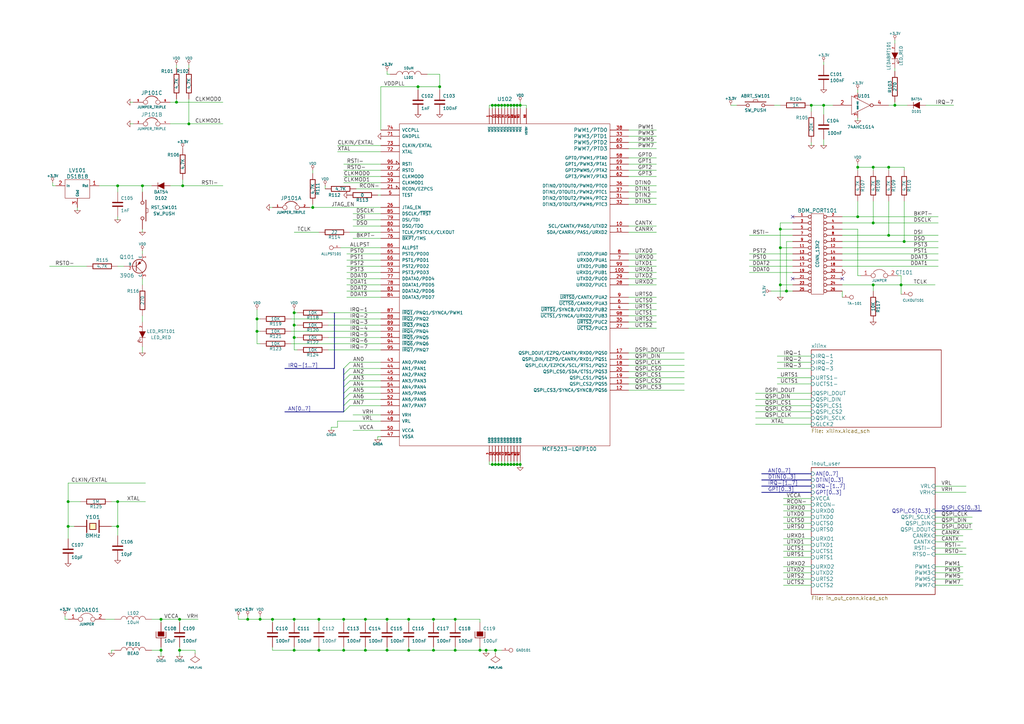
<source format=kicad_sch>
(kicad_sch (version 20231120) (generator "eeschema") (generator_version "8.0")
  (paper "A3")
  (title_block (title "Dev kit coldfire 5213") (date "Sun 22 Mar 2015") (rev "0"))
  (junction (at 207.01 190.5) (diameter 1.016))
  (junction (at 205.74 190.5) (diameter 1.016))
  (junction (at 177.8 254) (diameter 1.016))
  (junction (at 167.64 266.7) (diameter 1.016))
  (junction (at 48.26 205.74) (diameter 1.016))
  (junction (at 77.47 50.8) (diameter 1.016))
  (junction (at 204.47 43.18) (diameter 1.016))
  (junction (at 120.65 254) (diameter 1.016))
  (junction (at 364.49 68.58) (diameter 1.016))
  (junction (at 320.04 101.6) (diameter 1.016))
  (junction (at 351.79 88.9) (diameter 1.016))
  (junction (at 210.82 43.18) (diameter 1.016))
  (junction (at 130.81 266.7) (diameter 1.016))
  (junction (at 177.8 266.7) (diameter 1.016))
  (junction (at 149.86 266.7) (diameter 1.016))
  (junction (at 351.79 68.58) (diameter 1.016))
  (junction (at 203.2 266.7) (diameter 1.016))
  (junction (at 203.2 43.18) (diameter 1.016))
  (junction (at 72.39 41.91) (diameter 1.016))
  (junction (at 167.64 254) (diameter 1.016))
  (junction (at 149.86 254) (diameter 1.016))
  (junction (at 332.74 43.18) (diameter 1.016))
  (junction (at 204.47 190.5) (diameter 1.016))
  (junction (at 358.14 68.58) (diameter 1.016))
  (junction (at 364.49 96.52) (diameter 1.016))
  (junction (at 208.28 190.5) (diameter 1.016))
  (junction (at 358.14 91.44) (diameter 1.016))
  (junction (at 370.84 99.06) (diameter 1.016))
  (junction (at 66.04 266.7) (diameter 1.016))
  (junction (at 158.75 254) (diameter 1.016))
  (junction (at 212.09 190.5) (diameter 1.016))
  (junction (at 322.58 119.38) (diameter 1.016))
  (junction (at 58.42 76.2) (diameter 1.016))
  (junction (at 320.04 116.84) (diameter 1.016))
  (junction (at 140.97 266.7) (diameter 1.016))
  (junction (at 212.09 43.18) (diameter 1.016))
  (junction (at 120.65 138.43) (diameter 1.016))
  (junction (at 208.28 43.18) (diameter 1.016))
  (junction (at 120.65 266.7) (diameter 1.016))
  (junction (at 27.94 205.74) (diameter 1.016))
  (junction (at 48.26 76.2) (diameter 1.016))
  (junction (at 101.6 254) (diameter 1.016))
  (junction (at 213.36 190.5) (diameter 1.016))
  (junction (at 105.41 135.89) (diameter 1.016))
  (junction (at 209.55 43.18) (diameter 1.016))
  (junction (at 203.2 190.5) (diameter 1.016))
  (junction (at 140.97 254) (diameter 1.016))
  (junction (at 130.81 254) (diameter 1.016))
  (junction (at 207.01 43.18) (diameter 1.016))
  (junction (at 73.66 266.7) (diameter 1.016))
  (junction (at 367.03 43.18) (diameter 1.016))
  (junction (at 320.04 93.98) (diameter 1.016))
  (junction (at 209.55 190.5) (diameter 1.016))
  (junction (at 120.65 128.27) (diameter 1.016))
  (junction (at 27.94 215.9) (diameter 1.016))
  (junction (at 120.65 133.35) (diameter 1.016))
  (junction (at 171.45 35.56) (diameter 1.016))
  (junction (at 201.93 190.5) (diameter 1.016))
  (junction (at 201.93 43.18) (diameter 1.016))
  (junction (at 73.66 254) (diameter 1.016))
  (junction (at 337.82 43.18) (diameter 1.016))
  (junction (at 210.82 190.5) (diameter 1.016))
  (junction (at 66.04 254) (diameter 1.016))
  (junction (at 48.26 215.9) (diameter 1.016))
  (junction (at 196.85 266.7) (diameter 1.016))
  (junction (at 205.74 43.18) (diameter 1.016))
  (junction (at 358.14 116.84) (diameter 1.016))
  (junction (at 186.69 254) (diameter 1.016))
  (junction (at 180.34 35.56) (diameter 1.016))
  (junction (at 186.69 266.7) (diameter 1.016))
  (junction (at 128.27 85.09) (diameter 1.016))
  (junction (at 111.76 254) (diameter 1.016))
  (junction (at 106.68 254) (diameter 1.016))
  (junction (at 369.57 116.84) (diameter 1.016))
  (junction (at 74.93 76.2) (diameter 1.016))
  (junction (at 105.41 130.81) (diameter 1.016))
  (junction (at 199.39 266.7) (diameter 1.016))
  (junction (at 213.36 43.18) (diameter 1.016))
  (junction (at 158.75 266.7) (diameter 1.016))
  (no_connect (at 325.12 114.3))
  (no_connect (at 345.44 114.3))
  (no_connect (at 325.12 88.9))
  (bus_entry (at 140.97 156.21) (size 2.54 -2.54) (stroke (width 0.1524)))
  (bus_entry (at 140.97 158.75) (size 2.54 -2.54) (stroke (width 0.1524)))
  (bus_entry (at 140.97 168.91) (size 2.54 -2.54) (stroke (width 0.1524)))
  (bus_entry (at 140.97 153.67) (size 2.54 -2.54) (stroke (width 0.1524)))
  (bus_entry (at 140.97 151.13) (size 2.54 -2.54) (stroke (width 0.1524)))
  (bus_entry (at 140.97 166.37) (size 2.54 -2.54) (stroke (width 0.1524)))
  (bus_entry (at 140.97 163.83) (size 2.54 -2.54) (stroke (width 0.1524)))
  (bus_entry (at 140.97 161.29) (size 2.54 -2.54) (stroke (width 0.1524)))
  (wire (pts (xy 177.8 266.7) (xy 186.69 266.7)))
  (wire (pts (xy 196.85 266.7) (xy 196.85 265.43)))
  (wire (pts (xy 158.75 254) (xy 158.75 255.27)))
  (wire (pts (xy 40.64 76.2) (xy 48.26 76.2)))
  (wire (pts (xy 269.24 76.2) (xy 257.81 76.2)))
  (wire (pts (xy 72.39 40.64) (xy 72.39 41.91)))
  (bus (pts (xy 137.16 151.13) (xy 116.84 151.13)))
  (wire (pts (xy 203.2 43.18) (xy 203.2 44.45)))
  (wire (pts (xy 384.81 109.22) (xy 345.44 109.22)))
  (bus (pts (xy 137.16 128.27) (xy 137.16 151.13)))
  (wire (pts (xy 318.77 154.94) (xy 332.74 154.94)))
  (wire (pts (xy 364.49 82.55) (xy 364.49 96.52)))
  (wire (pts (xy 370.84 82.55) (xy 370.84 99.06)))
  (wire (pts (xy 332.74 161.29) (xy 309.88 161.29)))
  (wire (pts (xy 186.69 254) (xy 196.85 254)))
  (wire (pts (xy 27.94 205.74) (xy 33.02 205.74)))
  (wire (pts (xy 77.47 40.64) (xy 77.47 50.8)))
  (wire (pts (xy 105.41 130.81) (xy 105.41 135.89)))
  (wire (pts (xy 200.66 43.18) (xy 201.93 43.18)))
  (wire (pts (xy 186.69 266.7) (xy 186.69 265.43)))
  (wire (pts (xy 269.24 83.82) (xy 257.81 83.82)))
  (wire (pts (xy 269.24 69.85) (xy 257.81 69.85)))
  (wire (pts (xy 101.6 252.73) (xy 101.6 254)))
  (wire (pts (xy 332.74 228.6) (xy 321.31 228.6)))
  (wire (pts (xy 203.2 43.18) (xy 204.47 43.18)))
  (wire (pts (xy 74.93 73.66) (xy 74.93 76.2)))
  (wire (pts (xy 269.24 78.74) (xy 257.81 78.74)))
  (wire (pts (xy 167.64 266.7) (xy 167.64 265.43)))
  (wire (pts (xy 210.82 43.18) (xy 210.82 44.45)))
  (wire (pts (xy 149.86 254) (xy 158.75 254)))
  (wire (pts (xy 149.86 266.7) (xy 149.86 265.43)))
  (wire (pts (xy 394.97 237.49) (xy 383.54 237.49)))
  (wire (pts (xy 210.82 190.5) (xy 210.82 189.23)))
  (wire (pts (xy 209.55 190.5) (xy 209.55 189.23)))
  (wire (pts (xy 210.82 190.5) (xy 212.09 190.5)))
  (wire (pts (xy 201.93 44.45) (xy 201.93 43.18)))
  (wire (pts (xy 269.24 55.88) (xy 257.81 55.88)))
  (wire (pts (xy 58.42 114.3) (xy 58.42 116.84)))
  (wire (pts (xy 345.44 91.44) (xy 358.14 91.44)))
  (wire (pts (xy 364.49 68.58) (xy 364.49 69.85)))
  (wire (pts (xy 149.86 266.7) (xy 158.75 266.7)))
  (wire (pts (xy 135.89 176.53) (xy 135.89 175.26)))
  (wire (pts (xy 144.78 92.71) (xy 156.21 92.71)))
  (wire (pts (xy 307.34 96.52) (xy 325.12 96.52)))
  (wire (pts (xy 171.45 36.83) (xy 171.45 35.56)))
  (wire (pts (xy 167.64 254) (xy 177.8 254)))
  (wire (pts (xy 77.47 27.94) (xy 77.47 26.67)))
  (wire (pts (xy 120.65 138.43) (xy 121.92 138.43)))
  (wire (pts (xy 212.09 190.5) (xy 212.09 189.23)))
  (wire (pts (xy 213.36 190.5) (xy 213.36 191.77)))
  (wire (pts (xy 345.44 93.98) (xy 351.79 93.98)))
  (wire (pts (xy 370.84 68.58) (xy 370.84 69.85)))
  (wire (pts (xy 213.36 41.91) (xy 213.36 43.18)))
  (wire (pts (xy 80.01 266.7) (xy 73.66 266.7)))
  (bus (pts (xy 140.97 163.83) (xy 140.97 166.37)))
  (wire (pts (xy 200.66 190.5) (xy 201.93 190.5)))
  (wire (pts (xy 320.04 116.84) (xy 325.12 116.84)))
  (wire (pts (xy 130.81 95.25) (xy 120.65 95.25)))
  (wire (pts (xy 208.28 43.18) (xy 208.28 44.45)))
  (wire (pts (xy 203.2 190.5) (xy 203.2 189.23)))
  (wire (pts (xy 269.24 121.92) (xy 257.81 121.92)))
  (wire (pts (xy 120.65 127) (xy 120.65 128.27)))
  (wire (pts (xy 27.94 198.12) (xy 27.94 205.74)))
  (wire (pts (xy 48.26 76.2) (xy 48.26 78.74)))
  (wire (pts (xy 62.23 254) (xy 66.04 254)))
  (wire (pts (xy 367.03 43.18) (xy 372.11 43.18)))
  (wire (pts (xy 396.24 199.39) (xy 383.54 199.39)))
  (wire (pts (xy 332.74 212.09) (xy 321.31 212.09)))
  (wire (pts (xy 257.81 149.86) (xy 280.67 149.86)))
  (wire (pts (xy 370.84 99.06) (xy 384.81 99.06)))
  (wire (pts (xy 345.44 96.52) (xy 364.49 96.52)))
  (wire (pts (xy 269.24 134.62) (xy 257.81 134.62)))
  (wire (pts (xy 156.21 166.37) (xy 143.51 166.37)))
  (wire (pts (xy 320.04 91.44) (xy 320.04 93.98)))
  (wire (pts (xy 337.82 25.4) (xy 337.82 26.67)))
  (wire (pts (xy 128.27 83.82) (xy 128.27 85.09)))
  (wire (pts (xy 156.21 151.13) (xy 143.51 151.13)))
  (wire (pts (xy 73.66 265.43) (xy 73.66 266.7)))
  (wire (pts (xy 156.21 111.76) (xy 142.24 111.76)))
  (wire (pts (xy 332.74 171.45) (xy 309.88 171.45)))
  (wire (pts (xy 351.79 68.58) (xy 351.79 69.85)))
  (wire (pts (xy 203.2 267.97) (xy 203.2 266.7)))
  (wire (pts (xy 351.79 88.9) (xy 384.81 88.9)))
  (wire (pts (xy 383.54 212.09) (xy 398.78 212.09)))
  (wire (pts (xy 156.21 176.53) (xy 144.78 176.53)))
  (wire (pts (xy 269.24 95.25) (xy 257.81 95.25)))
  (wire (pts (xy 105.41 135.89) (xy 105.41 140.97)))
  (wire (pts (xy 269.24 64.77) (xy 257.81 64.77)))
  (wire (pts (xy 156.21 95.25) (xy 143.51 95.25)))
  (wire (pts (xy 58.42 142.24) (xy 58.42 144.78)))
  (wire (pts (xy 130.81 266.7) (xy 130.81 265.43)))
  (wire (pts (xy 351.79 49.53) (xy 351.79 48.26)))
  (wire (pts (xy 204.47 190.5) (xy 205.74 190.5)))
  (wire (pts (xy 209.55 43.18) (xy 210.82 43.18)))
  (wire (pts (xy 353.06 113.03) (xy 351.79 113.03)))
  (wire (pts (xy 120.65 265.43) (xy 120.65 266.7)))
  (wire (pts (xy 180.34 30.48) (xy 180.34 35.56)))
  (wire (pts (xy 200.66 44.45) (xy 200.66 43.18)))
  (wire (pts (xy 325.12 99.06) (xy 322.58 99.06)))
  (wire (pts (xy 120.65 138.43) (xy 120.65 143.51)))
  (wire (pts (xy 320.04 101.6) (xy 325.12 101.6)))
  (wire (pts (xy 269.24 114.3) (xy 257.81 114.3)))
  (wire (pts (xy 257.81 157.48) (xy 280.67 157.48)))
  (wire (pts (xy 257.81 160.02) (xy 280.67 160.02)))
  (wire (pts (xy 318.77 148.59) (xy 332.74 148.59)))
  (wire (pts (xy 48.26 205.74) (xy 59.69 205.74)))
  (wire (pts (xy 207.01 43.18) (xy 208.28 43.18)))
  (wire (pts (xy 73.66 254) (xy 81.28 254)))
  (wire (pts (xy 345.44 119.38) (xy 345.44 121.92)))
  (wire (pts (xy 119.38 140.97) (xy 156.21 140.97)))
  (wire (pts (xy 332.74 163.83) (xy 309.88 163.83)))
  (wire (pts (xy 369.57 113.03) (xy 368.3 113.03)))
  (wire (pts (xy 140.97 72.39) (xy 156.21 72.39)))
  (wire (pts (xy 394.97 222.25) (xy 383.54 222.25)))
  (wire (pts (xy 205.74 43.18) (xy 207.01 43.18)))
  (wire (pts (xy 384.81 101.6) (xy 345.44 101.6)))
  (wire (pts (xy 156.21 161.29) (xy 143.51 161.29)))
  (wire (pts (xy 106.68 252.73) (xy 106.68 254)))
  (wire (pts (xy 58.42 129.54) (xy 58.42 132.08)))
  (wire (pts (xy 134.62 138.43) (xy 156.21 138.43)))
  (wire (pts (xy 358.14 82.55) (xy 358.14 91.44)))
  (wire (pts (xy 332.74 234.95) (xy 321.31 234.95)))
  (wire (pts (xy 257.81 152.4) (xy 280.67 152.4)))
  (wire (pts (xy 120.65 266.7) (xy 130.81 266.7)))
  (wire (pts (xy 322.58 119.38) (xy 325.12 119.38)))
  (wire (pts (xy 105.41 140.97) (xy 106.68 140.97)))
  (wire (pts (xy 212.09 43.18) (xy 212.09 44.45)))
  (wire (pts (xy 158.75 30.48) (xy 158.75 29.21)))
  (wire (pts (xy 111.76 254) (xy 111.76 255.27)))
  (wire (pts (xy 367.03 41.91) (xy 367.03 43.18)))
  (wire (pts (xy 156.21 121.92) (xy 142.24 121.92)))
  (wire (pts (xy 269.24 60.96) (xy 257.81 60.96)))
  (wire (pts (xy 128.27 69.85) (xy 128.27 71.12)))
  (wire (pts (xy 337.82 43.18) (xy 341.63 43.18)))
  (wire (pts (xy 144.78 87.63) (xy 156.21 87.63)))
  (wire (pts (xy 215.9 43.18) (xy 215.9 44.45)))
  (wire (pts (xy 199.39 266.7) (xy 203.2 266.7)))
  (wire (pts (xy 110.49 85.09) (xy 111.76 85.09)))
  (wire (pts (xy 156.21 80.01) (xy 154.94 80.01)))
  (wire (pts (xy 144.78 170.18) (xy 156.21 170.18)))
  (wire (pts (xy 105.41 127) (xy 105.41 130.81)))
  (wire (pts (xy 213.36 43.18) (xy 213.36 44.45)))
  (wire (pts (xy 158.75 266.7) (xy 167.64 266.7)))
  (wire (pts (xy 186.69 266.7) (xy 196.85 266.7)))
  (wire (pts (xy 332.74 59.69) (xy 332.74 58.42)))
  (wire (pts (xy 394.97 240.03) (xy 383.54 240.03)))
  (wire (pts (xy 394.97 219.71) (xy 383.54 219.71)))
  (wire (pts (xy 140.97 67.31) (xy 156.21 67.31)))
  (wire (pts (xy 48.26 205.74) (xy 48.26 215.9)))
  (wire (pts (xy 54.61 50.8) (xy 53.34 50.8)))
  (wire (pts (xy 317.5 43.18) (xy 320.04 43.18)))
  (wire (pts (xy 120.65 254) (xy 130.81 254)))
  (wire (pts (xy 27.94 215.9) (xy 30.48 215.9)))
  (wire (pts (xy 321.31 204.47) (xy 332.74 204.47)))
  (wire (pts (xy 212.09 190.5) (xy 213.36 190.5)))
  (wire (pts (xy 204.47 190.5) (xy 204.47 189.23)))
  (wire (pts (xy 43.18 254) (xy 46.99 254)))
  (wire (pts (xy 177.8 266.7) (xy 177.8 265.43)))
  (wire (pts (xy 154.94 179.07) (xy 154.94 180.34)))
  (wire (pts (xy 54.61 41.91) (xy 53.34 41.91)))
  (wire (pts (xy 119.38 130.81) (xy 156.21 130.81)))
  (wire (pts (xy 130.81 254) (xy 130.81 255.27)))
  (wire (pts (xy 358.14 116.84) (xy 358.14 119.38)))
  (wire (pts (xy 209.55 190.5) (xy 210.82 190.5)))
  (wire (pts (xy 156.21 109.22) (xy 142.24 109.22)))
  (wire (pts (xy 269.24 104.14) (xy 257.81 104.14)))
  (wire (pts (xy 156.21 35.56) (xy 171.45 35.56)))
  (wire (pts (xy 367.03 16.51) (xy 367.03 17.78)))
  (wire (pts (xy 367.03 29.21) (xy 367.03 27.94)))
  (wire (pts (xy 69.85 50.8) (xy 77.47 50.8)))
  (wire (pts (xy 384.81 104.14) (xy 345.44 104.14)))
  (wire (pts (xy 134.62 143.51) (xy 156.21 143.51)))
  (wire (pts (xy 321.31 207.01) (xy 332.74 207.01)))
  (wire (pts (xy 58.42 95.25) (xy 58.42 93.98)))
  (wire (pts (xy 46.99 266.7) (xy 45.72 266.7)))
  (wire (pts (xy 269.24 58.42) (xy 257.81 58.42)))
  (wire (pts (xy 48.26 109.22) (xy 50.8 109.22)))
  (wire (pts (xy 127 85.09) (xy 128.27 85.09)))
  (wire (pts (xy 210.82 43.18) (xy 212.09 43.18)))
  (wire (pts (xy 156.21 148.59) (xy 143.51 148.59)))
  (wire (pts (xy 269.24 127) (xy 257.81 127)))
  (wire (pts (xy 364.49 43.18) (xy 367.03 43.18)))
  (wire (pts (xy 77.47 50.8) (xy 91.44 50.8)))
  (wire (pts (xy 351.79 67.31) (xy 351.79 68.58)))
  (wire (pts (xy 332.74 166.37) (xy 309.88 166.37)))
  (wire (pts (xy 48.26 215.9) (xy 48.26 219.71)))
  (wire (pts (xy 391.16 43.18) (xy 379.73 43.18)))
  (wire (pts (xy 269.24 111.76) (xy 257.81 111.76)))
  (wire (pts (xy 120.65 133.35) (xy 121.92 133.35)))
  (wire (pts (xy 80.01 267.97) (xy 80.01 266.7)))
  (wire (pts (xy 156.21 116.84) (xy 142.24 116.84)))
  (wire (pts (xy 383.54 227.33) (xy 396.24 227.33)))
  (wire (pts (xy 27.94 215.9) (xy 27.94 220.98)))
  (bus (pts (xy 140.97 161.29) (xy 140.97 163.83)))
  (wire (pts (xy 316.23 119.38) (xy 322.58 119.38)))
  (wire (pts (xy 337.82 46.99) (xy 337.82 43.18)))
  (wire (pts (xy 66.04 265.43) (xy 66.04 266.7)))
  (wire (pts (xy 320.04 116.84) (xy 320.04 121.92)))
  (wire (pts (xy 134.62 128.27) (xy 156.21 128.27)))
  (wire (pts (xy 156.21 114.3) (xy 142.24 114.3)))
  (wire (pts (xy 21.59 76.2) (xy 22.86 76.2)))
  (wire (pts (xy 299.72 43.18) (xy 302.26 43.18)))
  (wire (pts (xy 383.54 224.79) (xy 396.24 224.79)))
  (wire (pts (xy 72.39 26.67) (xy 72.39 27.94)))
  (wire (pts (xy 204.47 43.18) (xy 204.47 44.45)))
  (wire (pts (xy 332.74 43.18) (xy 337.82 43.18)))
  (wire (pts (xy 69.85 76.2) (xy 74.93 76.2)))
  (wire (pts (xy 45.72 205.74) (xy 48.26 205.74)))
  (wire (pts (xy 156.21 35.56) (xy 156.21 53.34)))
  (wire (pts (xy 73.66 254) (xy 73.66 255.27)))
  (wire (pts (xy 209.55 43.18) (xy 209.55 44.45)))
  (wire (pts (xy 156.21 101.6) (xy 139.7 101.6)))
  (wire (pts (xy 337.82 59.69) (xy 337.82 57.15)))
  (wire (pts (xy 149.86 254) (xy 149.86 255.27)))
  (wire (pts (xy 196.85 254) (xy 196.85 255.27)))
  (bus (pts (xy 312.42 196.85) (xy 332.74 196.85)))
  (wire (pts (xy 269.24 106.68) (xy 257.81 106.68)))
  (wire (pts (xy 383.54 217.17) (xy 398.78 217.17)))
  (wire (pts (xy 351.79 68.58) (xy 358.14 68.58)))
  (bus (pts (xy 140.97 158.75) (xy 140.97 161.29)))
  (wire (pts (xy 325.12 93.98) (xy 320.04 93.98)))
  (wire (pts (xy 269.24 129.54) (xy 257.81 129.54)))
  (wire (pts (xy 72.39 41.91) (xy 91.44 41.91)))
  (wire (pts (xy 111.76 266.7) (xy 120.65 266.7)))
  (wire (pts (xy 58.42 102.87) (xy 58.42 104.14)))
  (wire (pts (xy 58.42 76.2) (xy 62.23 76.2)))
  (wire (pts (xy 201.93 190.5) (xy 201.93 189.23)))
  (bus (pts (xy 312.42 201.93) (xy 332.74 201.93)))
  (wire (pts (xy 138.43 62.23) (xy 156.21 62.23)))
  (wire (pts (xy 204.47 43.18) (xy 205.74 43.18)))
  (wire (pts (xy 140.97 74.93) (xy 156.21 74.93)))
  (wire (pts (xy 97.79 254) (xy 101.6 254)))
  (wire (pts (xy 332.74 217.17) (xy 321.31 217.17)))
  (wire (pts (xy 74.93 76.2) (xy 91.44 76.2)))
  (wire (pts (xy 144.78 90.17) (xy 156.21 90.17)))
  (wire (pts (xy 175.26 30.48) (xy 180.34 30.48)))
  (wire (pts (xy 140.97 69.85) (xy 156.21 69.85)))
  (wire (pts (xy 156.21 156.21) (xy 143.51 156.21)))
  (wire (pts (xy 205.74 43.18) (xy 205.74 44.45)))
  (wire (pts (xy 325.12 104.14) (xy 307.34 104.14)))
  (wire (pts (xy 351.79 82.55) (xy 351.79 88.9)))
  (wire (pts (xy 345.44 88.9) (xy 351.79 88.9)))
  (wire (pts (xy 58.42 78.74) (xy 58.42 76.2)))
  (wire (pts (xy 351.79 93.98) (xy 351.79 113.03)))
  (wire (pts (xy 207.01 190.5) (xy 207.01 189.23)))
  (wire (pts (xy 364.49 96.52) (xy 384.81 96.52)))
  (wire (pts (xy 257.81 154.94) (xy 280.67 154.94)))
  (wire (pts (xy 351.79 36.83) (xy 351.79 38.1)))
  (bus (pts (xy 140.97 153.67) (xy 140.97 156.21)))
  (wire (pts (xy 358.14 68.58) (xy 358.14 69.85)))
  (bus (pts (xy 140.97 166.37) (xy 140.97 168.91)))
  (wire (pts (xy 369.57 116.84) (xy 369.57 120.65)))
  (wire (pts (xy 130.81 254) (xy 140.97 254)))
  (wire (pts (xy 269.24 116.84) (xy 257.81 116.84)))
  (wire (pts (xy 213.36 189.23) (xy 213.36 190.5)))
  (wire (pts (xy 320.04 91.44) (xy 325.12 91.44)))
  (wire (pts (xy 332.74 168.91) (xy 309.88 168.91)))
  (wire (pts (xy 196.85 266.7) (xy 199.39 266.7)))
  (wire (pts (xy 48.26 76.2) (xy 58.42 76.2)))
  (wire (pts (xy 66.04 255.27) (xy 66.04 254)))
  (wire (pts (xy 269.24 53.34) (xy 257.81 53.34)))
  (bus (pts (xy 140.97 151.13) (xy 140.97 153.67)))
  (wire (pts (xy 383.54 214.63) (xy 398.78 214.63)))
  (wire (pts (xy 318.77 151.13) (xy 332.74 151.13)))
  (wire (pts (xy 369.57 113.03) (xy 369.57 116.84)))
  (wire (pts (xy 45.72 215.9) (xy 48.26 215.9)))
  (wire (pts (xy 208.28 190.5) (xy 209.55 190.5)))
  (wire (pts (xy 59.69 198.12) (xy 27.94 198.12)))
  (wire (pts (xy 156.21 77.47) (xy 146.05 77.47)))
  (wire (pts (xy 269.24 67.31) (xy 257.81 67.31)))
  (wire (pts (xy 138.43 175.26) (xy 138.43 172.72)))
  (wire (pts (xy 332.74 240.03) (xy 321.31 240.03)))
  (wire (pts (xy 345.44 99.06) (xy 370.84 99.06)))
  (wire (pts (xy 156.21 179.07) (xy 154.94 179.07)))
  (wire (pts (xy 120.65 254) (xy 120.65 255.27)))
  (wire (pts (xy 332.74 226.06) (xy 321.31 226.06)))
  (wire (pts (xy 134.62 133.35) (xy 156.21 133.35)))
  (wire (pts (xy 332.74 43.18) (xy 332.74 45.72)))
  (wire (pts (xy 62.23 266.7) (xy 66.04 266.7)))
  (wire (pts (xy 140.97 266.7) (xy 140.97 265.43)))
  (bus (pts (xy 140.97 168.91) (xy 116.84 168.91)))
  (wire (pts (xy 320.04 101.6) (xy 320.04 116.84)))
  (wire (pts (xy 200.66 190.5) (xy 200.66 189.23)))
  (wire (pts (xy 97.79 254) (xy 97.79 252.73)))
  (wire (pts (xy 318.77 157.48) (xy 332.74 157.48)))
  (wire (pts (xy 269.24 81.28) (xy 257.81 81.28)))
  (wire (pts (xy 140.97 266.7) (xy 149.86 266.7)))
  (wire (pts (xy 120.65 133.35) (xy 120.65 138.43)))
  (wire (pts (xy 177.8 254) (xy 177.8 255.27)))
  (wire (pts (xy 167.64 254) (xy 167.64 255.27)))
  (wire (pts (xy 325.12 109.22) (xy 307.34 109.22)))
  (wire (pts (xy 205.74 190.5) (xy 205.74 189.23)))
  (wire (pts (xy 31.75 85.09) (xy 31.75 86.36)))
  (wire (pts (xy 203.2 266.7) (xy 205.74 266.7)))
  (wire (pts (xy 119.38 135.89) (xy 156.21 135.89)))
  (bus (pts (xy 402.59 209.55) (xy 383.54 209.55)))
  (wire (pts (xy 120.65 128.27) (xy 121.92 128.27)))
  (wire (pts (xy 160.02 30.48) (xy 158.75 30.48)))
  (wire (pts (xy 207.01 43.18) (xy 207.01 44.45)))
  (wire (pts (xy 396.24 201.93) (xy 383.54 201.93)))
  (wire (pts (xy 156.21 153.67) (xy 143.51 153.67)))
  (wire (pts (xy 332.74 209.55) (xy 321.31 209.55)))
  (wire (pts (xy 205.74 190.5) (xy 207.01 190.5)))
  (wire (pts (xy 21.59 74.93) (xy 21.59 76.2)))
  (wire (pts (xy 158.75 254) (xy 167.64 254)))
  (wire (pts (xy 208.28 190.5) (xy 208.28 189.23)))
  (wire (pts (xy 105.41 130.81) (xy 106.68 130.81)))
  (wire (pts (xy 332.74 223.52) (xy 321.31 223.52)))
  (wire (pts (xy 133.35 77.47) (xy 133.35 76.2)))
  (wire (pts (xy 369.57 116.84) (xy 383.54 116.84)))
  (wire (pts (xy 322.58 99.06) (xy 322.58 119.38)))
  (wire (pts (xy 171.45 35.56) (xy 180.34 35.56)))
  (wire (pts (xy 48.26 90.17) (xy 48.26 88.9)))
  (wire (pts (xy 69.85 41.91) (xy 72.39 41.91)))
  (wire (pts (xy 257.81 147.32) (xy 280.67 147.32)))
  (wire (pts (xy 156.21 104.14) (xy 142.24 104.14)))
  (wire (pts (xy 120.65 128.27) (xy 120.65 133.35)))
  (wire (pts (xy 269.24 109.22) (xy 257.81 109.22)))
  (wire (pts (xy 208.28 43.18) (xy 209.55 43.18)))
  (wire (pts (xy 320.04 93.98) (xy 320.04 101.6)))
  (wire (pts (xy 101.6 254) (xy 106.68 254)))
  (wire (pts (xy 269.24 92.71) (xy 257.81 92.71)))
  (wire (pts (xy 120.65 143.51) (xy 121.92 143.51)))
  (wire (pts (xy 257.81 144.78) (xy 280.67 144.78)))
  (wire (pts (xy 140.97 254) (xy 149.86 254)))
  (wire (pts (xy 73.66 266.7) (xy 73.66 269.24)))
  (bus (pts (xy 140.97 156.21) (xy 140.97 158.75)))
  (wire (pts (xy 135.89 175.26) (xy 138.43 175.26)))
  (wire (pts (xy 35.56 109.22) (xy 20.32 109.22)))
  (wire (pts (xy 66.04 266.7) (xy 66.04 269.24)))
  (wire (pts (xy 309.88 173.99) (xy 332.74 173.99)))
  (wire (pts (xy 269.24 132.08) (xy 257.81 132.08)))
  (wire (pts (xy 358.14 116.84) (xy 369.57 116.84)))
  (wire (pts (xy 156.21 158.75) (xy 143.51 158.75)))
  (wire (pts (xy 128.27 85.09) (xy 156.21 85.09)))
  (wire (pts (xy 325.12 106.68) (xy 307.34 106.68)))
  (wire (pts (xy 144.78 97.79) (xy 156.21 97.79)))
  (wire (pts (xy 167.64 266.7) (xy 177.8 266.7)))
  (wire (pts (xy 384.81 106.68) (xy 345.44 106.68)))
  (wire (pts (xy 130.81 266.7) (xy 140.97 266.7)))
  (wire (pts (xy 177.8 254) (xy 186.69 254)))
  (wire (pts (xy 201.93 43.18) (xy 203.2 43.18)))
  (wire (pts (xy 269.24 72.39) (xy 257.81 72.39)))
  (wire (pts (xy 106.68 254) (xy 111.76 254)))
  (wire (pts (xy 111.76 265.43) (xy 111.76 266.7)))
  (wire (pts (xy 26.67 254) (xy 26.67 252.73)))
  (wire (pts (xy 158.75 266.7) (xy 158.75 265.43)))
  (wire (pts (xy 332.74 220.98) (xy 321.31 220.98)))
  (wire (pts (xy 111.76 254) (xy 120.65 254)))
  (wire (pts (xy 138.43 59.69) (xy 156.21 59.69)))
  (wire (pts (xy 364.49 68.58) (xy 370.84 68.58)))
  (wire (pts (xy 27.94 254) (xy 26.67 254)))
  (bus (pts (xy 312.42 199.39) (xy 332.74 199.39)))
  (bus (pts (xy 312.42 194.31) (xy 332.74 194.31)))
  (wire (pts (xy 325.12 111.76) (xy 307.34 111.76)))
  (wire (pts (xy 394.97 232.41) (xy 383.54 232.41)))
  (wire (pts (xy 138.43 172.72) (xy 156.21 172.72)))
  (wire (pts (xy 332.74 237.49) (xy 321.31 237.49)))
  (wire (pts (xy 180.34 35.56) (xy 180.34 36.83)))
  (wire (pts (xy 105.41 135.89) (xy 106.68 135.89)))
  (wire (pts (xy 27.94 205.74) (xy 27.94 215.9)))
  (wire (pts (xy 212.09 43.18) (xy 213.36 43.18)))
  (wire (pts (xy 394.97 234.95) (xy 383.54 234.95)))
  (wire (pts (xy 66.04 254) (xy 73.66 254)))
  (wire (pts (xy 269.24 124.46) (xy 257.81 124.46)))
  (wire (pts (xy 156.21 163.83) (xy 143.51 163.83)))
  (wire (pts (xy 199.39 266.7) (xy 199.39 267.97)))
  (wire (pts (xy 358.14 68.58) (xy 364.49 68.58)))
  (wire (pts (xy 156.21 119.38) (xy 142.24 119.38)))
  (wire (pts (xy 156.21 106.68) (xy 142.24 106.68)))
  (wire (pts (xy 45.72 266.7) (xy 45.72 267.97)))
  (wire (pts (xy 358.14 91.44) (xy 384.81 91.44)))
  (wire (pts (xy 213.36 43.18) (xy 215.9 43.18)))
  (wire (pts (xy 203.2 190.5) (xy 204.47 190.5)))
  (wire (pts (xy 332.74 232.41) (xy 321.31 232.41)))
  (wire (pts (xy 186.69 255.27) (xy 186.69 254)))
  (wire (pts (xy 207.01 190.5) (xy 208.28 190.5)))
  (wire (pts (xy 332.74 214.63) (xy 321.31 214.63)))
  (wire (pts (xy 140.97 254) (xy 140.97 255.27)))
  (wire (pts (xy 201.93 190.5) (xy 203.2 190.5)))
  (wire (pts (xy 318.77 146.05) (xy 332.74 146.05)))
  (wire (pts (xy 345.44 116.84) (xy 358.14 116.84)))
  (label "DSI" (at 374.65 96.52 0) (effects (font (size 1.524 1.524))))
  (label "JTAG_EN" (at 135.89 85.09 0) (effects (font (size 1.524 1.524))))
  (label "PWM3" (at 387.35 234.95 0) (effects (font (size 1.524 1.524))))
  (label "GPT[0..3]" (at 314.96 201.93 0) (effects (font (size 1.524 1.524))))
  (label "RCON-" (at 147.32 77.47 0) (effects (font (size 1.524 1.524))))
  (label "DDAT2" (at 308.61 109.22 0) (effects (font (size 1.524 1.524))))
  (label "PWM5" (at 261.62 58.42 0) (effects (font (size 1.524 1.524))))
  (label "QSPI_CLK" (at 386.08 212.09 0) (effects (font (size 1.524 1.524))))
  (label "UTXD0" (at 322.58 212.09 0) (effects (font (size 1.524 1.524))))
  (label "QSPI_DIN" (at 386.08 214.63 0) (effects (font (size 1.524 1.524))))
  (label "DTIN3" (at 260.35 83.82 0) (effects (font (size 1.524 1.524))))
  (label "PST2" (at 308.61 104.14 0) (effects (font (size 1.524 1.524))))
  (label "DSI" (at 146.05 90.17 0) (effects (font (size 1.524 1.524))))
  (label "DSPI_DOUT" (at 386.08 217.17 0) (effects (font (size 1.524 1.524))))
  (label "QSPI_CLK" (at 313.69 171.45 0) (effects (font (size 1.524 1.524))))
  (label "UTXD2" (at 322.58 234.95 0) (effects (font (size 1.524 1.524))))
  (label "QSPI_CS2" (at 260.35 157.48 0) (effects (font (size 1.524 1.524))))
  (label "IRQ-[1..7]" (at 314.96 199.39 0) (effects (font (size 1.524 1.524))))
  (label "GPT1" (at 261.62 67.31 0) (effects (font (size 1.524 1.524))))
  (label "AN[0..7]" (at 314.96 194.31 0) (effects (font (size 1.524 1.524))))
  (label "IRQ-2" (at 143.51 130.81 0) (effects (font (size 1.524 1.524))))
  (label "CANTX" (at 260.35 92.71 0) (effects (font (size 1.524 1.524))))
  (label "IRQ-7" (at 391.16 43.18 180) (effects (font (size 1.524 1.524))))
  (label "QSPI_CS[0..3]" (at 386.08 209.55 0) (effects (font (size 1.524 1.524))))
  (label "AN2" (at 144.78 153.67 0) (effects (font (size 1.524 1.524))))
  (label "GPT0" (at 261.62 64.77 0) (effects (font (size 1.524 1.524))))
  (label "CLKIN/EXTAL" (at 138.43 59.69 0) (effects (font (size 1.524 1.524))))
  (label "DTIN2" (at 260.35 81.28 0) (effects (font (size 1.524 1.524))))
  (label "DDAT3" (at 143.51 121.92 0) (effects (font (size 1.524 1.524))))
  (label "QSPI_CS1" (at 313.69 166.37 0) (effects (font (size 1.524 1.524))))
  (label "GPT2" (at 261.62 69.85 0) (effects (font (size 1.524 1.524))))
  (label "RSTI-" (at 387.35 224.79 0) (effects (font (size 1.524 1.524))))
  (label "UCTS2" (at 260.35 134.62 0) (effects (font (size 1.524 1.524))))
  (label "DTIN[0..3]" (at 314.96 196.85 0) (effects (font (size 1.524 1.524))))
  (label "UCTS1" (at 260.35 129.54 0) (effects (font (size 1.524 1.524))))
  (label "DDAT0" (at 143.51 114.3 0) (effects (font (size 1.524 1.524))))
  (label "IRQ-2" (at 321.31 148.59 0) (effects (font (size 1.524 1.524))))
  (label "VRL" (at 386.08 199.39 0) (effects (font (size 1.524 1.524))))
  (label "DSO" (at 146.05 92.71 0) (effects (font (size 1.524 1.524))))
  (label "IRQ-1" (at 321.31 146.05 0) (effects (font (size 1.524 1.524))))
  (label "URTS0" (at 260.35 121.92 0) (effects (font (size 1.524 1.524))))
  (label "AN1" (at 144.78 151.13 0) (effects (font (size 1.524 1.524))))
  (label "DDAT1" (at 143.51 116.84 0) (effects (font (size 1.524 1.524))))
  (label "URTS1" (at 320.04 154.94 0) (effects (font (size 1.524 1.524))))
  (label "AN[0..7]" (at 118.11 168.91 0) (effects (font (size 1.524 1.524))))
  (label "RCON-" (at 322.58 207.01 0) (effects (font (size 1.524 1.524))))
  (label "URTS1" (at 322.58 228.6 0) (effects (font (size 1.524 1.524))))
  (label "RSTI-" (at 308.61 96.52 0) (effects (font (size 1.524 1.524))))
  (label "PST0" (at 143.51 104.14 0) (effects (font (size 1.524 1.524))))
  (label "DTIN0" (at 260.35 76.2 0) (effects (font (size 1.524 1.524))))
  (label "VCCA" (at 67.31 254 0) (effects (font (size 1.524 1.524))))
  (label "VRH" (at 148.59 170.18 0) (effects (font (size 1.524 1.524))))
  (label "QSPI_CS3" (at 260.35 160.02 0) (effects (font (size 1.524 1.524))))
  (label "CLKMOD0" (at 140.97 72.39 0) (effects (font (size 1.524 1.524))))
  (label "UTXD2" (at 260.35 114.3 0) (effects (font (size 1.524 1.524))))
  (label "PWM1" (at 261.62 53.34 0) (effects (font (size 1.524 1.524))))
  (label "VCCA" (at 322.58 204.47 0) (effects (font (size 1.524 1.524))))
  (label "RSTO-" (at 30.48 109.22 180) (effects (font (size 1.524 1.524))))
  (label "QSPI_CLK" (at 260.35 149.86 0) (effects (font (size 1.524 1.524))))
  (label "VRH" (at 386.08 201.93 0) (effects (font (size 1.524 1.524))))
  (label "IRQ-7" (at 143.51 143.51 0) (effects (font (size 1.524 1.524))))
  (label "RSTO-" (at 142.24 69.85 0) (effects (font (size 1.524 1.524))))
  (label "CLKMOD1" (at 140.97 74.93 0) (effects (font (size 1.524 1.524))))
  (label "URXD0" (at 322.58 209.55 0) (effects (font (size 1.524 1.524))))
  (label "DSCLK" (at 146.05 87.63 0) (effects (font (size 1.524 1.524))))
  (label "CLKIN/EXTAL" (at 29.21 198.12 0) (effects (font (size 1.524 1.524))))
  (label "AN0" (at 144.78 148.59 0) (effects (font (size 1.524 1.524))))
  (label "DDAT2" (at 143.51 119.38 0) (effects (font (size 1.524 1.524))))
  (label "PST3" (at 143.51 111.76 0) (effects (font (size 1.524 1.524))))
  (label "XTAL" (at 316.23 173.99 0) (effects (font (size 1.524 1.524))))
  (label "IRQ-[1..7]" (at 118.11 151.13 0) (effects (font (size 1.524 1.524))))
  (label "PST3" (at 374.65 101.6 0) (effects (font (size 1.524 1.524))))
  (label "URTS1" (at 260.35 127 0) (effects (font (size 1.524 1.524))))
  (label "IRQ-3" (at 321.31 151.13 0) (effects (font (size 1.524 1.524))))
  (label "CLKMOD0" (at 80.01 41.91 0) (effects (font (size 1.524 1.524))))
  (label "DDAT0" (at 308.61 111.76 0) (effects (font (size 1.524 1.524))))
  (label "AN4" (at 144.78 158.75 0) (effects (font (size 1.524 1.524))))
  (label "PWM5" (at 387.35 237.49 0) (effects (font (size 1.524 1.524))))
  (label "TCLK" (at 121.92 95.25 0) (effects (font (size 1.524 1.524))))
  (label "PST2" (at 143.51 109.22 0) (effects (font (size 1.524 1.524))))
  (label "ALLPST" (at 143.51 101.6 0) (effects (font (size 1.524 1.524))))
  (label "QSPI_CS0" (at 260.35 152.4 0) (effects (font (size 1.524 1.524))))
  (label "CANRX" (at 386.08 219.71 0) (effects (font (size 1.524 1.524))))
  (label "GPT3" (at 261.62 72.39 0) (effects (font (size 1.524 1.524))))
  (label "PST1" (at 374.65 104.14 0) (effects (font (size 1.524 1.524))))
  (label "PWM7" (at 387.35 240.03 0) (effects (font (size 1.524 1.524))))
  (label "BKPT-" (at 374.65 88.9 0) (effects (font (size 1.524 1.524))))
  (label "UTXD0" (at 260.35 104.14 0) (effects (font (size 1.524 1.524))))
  (label "IRQ-4" (at 143.51 135.89 0) (effects (font (size 1.524 1.524))))
  (label "DSO" (at 374.65 99.06 0) (effects (font (size 1.524 1.524))))
  (label "AN3" (at 144.78 156.21 0) (effects (font (size 1.524 1.524))))
  (label "DSCLK" (at 374.65 91.44 0) (effects (font (size 1.524 1.524))))
  (label "IRQ-6" (at 143.51 140.97 0) (effects (font (size 1.524 1.524))))
  (label "PWM3" (at 261.62 55.88 0) (effects (font (size 1.524 1.524))))
  (label "BKPT-" (at 146.05 97.79 0) (effects (font (size 1.524 1.524))))
  (label "CANTX" (at 386.08 222.25 0) (effects (font (size 1.524 1.524))))
  (label "URXD2" (at 260.35 116.84 0) (effects (font (size 1.524 1.524))))
  (label "VRL" (at 148.59 172.72 0) (effects (font (size 1.524 1.524))))
  (label "URXD1" (at 322.58 220.98 0) (effects (font (size 1.524 1.524))))
  (label "DSPI_DOUT" (at 313.69 161.29 0) (effects (font (size 1.524 1.524))))
  (label "UCTS1" (at 322.58 226.06 0) (effects (font (size 1.524 1.524))))
  (label "QSPI_CS2" (at 313.69 168.91 0) (effects (font (size 1.524 1.524))))
  (label "UCTS2" (at 322.58 240.03 0) (effects (font (size 1.524 1.524))))
  (label "IRQ-3" (at 143.51 133.35 0) (effects (font (size 1.524 1.524))))
  (label "AN7" (at 144.78 166.37 0) (effects (font (size 1.524 1.524))))
  (label "DDAT3" (at 373.38 106.68 0) (effects (font (size 1.524 1.524))))
  (label "VRH" (at 81.28 254 180) (effects (font (size 1.524 1.524))))
  (label "PST0" (at 308.61 106.68 0) (effects (font (size 1.524 1.524))))
  (label "URTS2" (at 322.58 237.49 0) (effects (font (size 1.524 1.524))))
  (label "QSPI_DIN" (at 260.35 147.32 0) (effects (font (size 1.524 1.524))))
  (label "UCTS0" (at 322.58 214.63 0) (effects (font (size 1.524 1.524))))
  (label "DSPI_DOUT" (at 260.35 144.78 0) (effects (font (size 1.524 1.524))))
  (label "IRQ-1" (at 143.51 128.27 0) (effects (font (size 1.524 1.524))))
  (label "DTIN1" (at 260.35 78.74 0) (effects (font (size 1.524 1.524))))
  (label "CANRX" (at 260.35 95.25 0) (effects (font (size 1.524 1.524))))
  (label "UTXD1" (at 260.35 109.22 0) (effects (font (size 1.524 1.524))))
  (label "PWM7" (at 261.62 60.96 0) (effects (font (size 1.524 1.524))))
  (label "RSTI-" (at 142.24 67.31 0) (effects (font (size 1.524 1.524))))
  (label "PWM1" (at 387.35 232.41 0) (effects (font (size 1.524 1.524))))
  (label "RSTI-" (at 82.55 76.2 0) (effects (font (size 1.524 1.524))))
  (label "QSPI_DIN" (at 313.69 163.83 0) (effects (font (size 1.524 1.524))))
  (label "TCLK" (at 374.65 116.84 0) (effects (font (size 1.524 1.524))))
  (label "URTS0" (at 322.58 217.17 0) (effects (font (size 1.524 1.524))))
  (label "VCCA" (at 147.32 176.53 0) (effects (font (size 1.524 1.524))))
  (label "AN5" (at 144.78 161.29 0) (effects (font (size 1.524 1.524))))
  (label "URTS2" (at 260.35 132.08 0) (effects (font (size 1.524 1.524))))
  (label "UCTS0" (at 260.35 124.46 0) (effects (font (size 1.524 1.524))))
  (label "URXD0" (at 260.35 106.68 0) (effects (font (size 1.524 1.524))))
  (label "VDDPLL" (at 157.48 35.56 0) (effects (font (size 1.524 1.524))))
  (label "URXD2" (at 322.58 232.41 0) (effects (font (size 1.524 1.524))))
  (label "URXD1" (at 260.35 111.76 0) (effects (font (size 1.524 1.524))))
  (label "RSTO-" (at 387.35 227.33 0) (effects (font (size 1.524 1.524))))
  (label "XTAL" (at 52.07 205.74 0) (effects (font (size 1.524 1.524))))
  (label "UTXD1" (at 322.58 223.52 0) (effects (font (size 1.524 1.524))))
  (label "CLKMOD1" (at 80.01 50.8 0) (effects (font (size 1.524 1.524))))
  (label "PST1" (at 143.51 106.68 0) (effects (font (size 1.524 1.524))))
  (label "XTAL" (at 138.43 62.23 0) (effects (font (size 1.524 1.524))))
  (label "QSPI_CS1" (at 260.35 154.94 0) (effects (font (size 1.524 1.524))))
  (label "AN6" (at 144.78 163.83 0) (effects (font (size 1.524 1.524))))
  (label "IRQ-5" (at 143.51 138.43 0) (effects (font (size 1.524 1.524))))
  (label "DDAT1" (at 373.38 109.22 0) (effects (font (size 1.524 1.524))))
  (label "UCTS1" (at 320.04 157.48 0) (effects (font (size 1.524 1.524))))
  (symbol (lib_id "kit-coldfire_schlib:MCF5213-LQFP100") (at 207.01 116.84 0) (unit 1)
    (property "Reference" "U102" (at 207.01 40.64 0) (effects (font (size 1.524 1.524))))
    (property "Value" "MCF5213-LQFP100" (at 222.25 184.15 0) (effects (font (size 1.524 1.524)) (justify left)))
    (property "Footprint" "Package_QFP:LQFP-100_14x14mm_P0.5mm" (effects (hide yes)))
  )
  (symbol (lib_id "kit-coldfire_schlib:C") (at 111.76 260.35 0) (unit 1)
    (property "Reference" "C110" (at 113.03 257.81 0) (effects (justify left)))
    (property "Value" "100nF" (at 113.03 262.89 0) (effects (justify left)))
    (property "Footprint" "Capacitor_SMD:C_0805_2012Metric" (effects (hide yes)))
  )
  (symbol (lib_id "kit-coldfire_schlib:C") (at 120.65 260.35 0) (unit 1)
    (property "Reference" "C111" (at 121.92 257.81 0) (effects (justify left)))
    (property "Value" "100nF" (at 121.92 262.89 0) (effects (justify left)))
    (property "Footprint" "Capacitor_SMD:C_0805_2012Metric" (effects (hide yes)))
  )
  (symbol (lib_id "kit-coldfire_schlib:C") (at 140.97 260.35 0) (unit 1)
    (property "Reference" "C113" (at 142.24 257.81 0) (effects (justify left)))
    (property "Value" "100nF" (at 142.24 262.89 0) (effects (justify left)))
    (property "Footprint" "Capacitor_SMD:C_0805_2012Metric" (effects (hide yes)))
  )
  (symbol (lib_id "kit-coldfire_schlib:C") (at 149.86 260.35 0) (unit 1)
    (property "Reference" "C114" (at 151.13 257.81 0) (effects (justify left)))
    (property "Value" "100nF" (at 151.13 262.89 0) (effects (justify left)))
    (property "Footprint" "Capacitor_SMD:C_0805_2012Metric" (effects (hide yes)))
  )
  (symbol (lib_id "kit-coldfire_schlib:C") (at 158.75 260.35 0) (unit 1)
    (property "Reference" "C115" (at 160.02 257.81 0) (effects (justify left)))
    (property "Value" "100nF" (at 160.02 262.89 0) (effects (justify left)))
    (property "Footprint" "Capacitor_SMD:C_0805_2012Metric" (effects (hide yes)))
  )
  (symbol (lib_id "kit-coldfire_schlib:C") (at 167.64 260.35 0) (unit 1)
    (property "Reference" "C116" (at 168.91 257.81 0) (effects (justify left)))
    (property "Value" "100nF" (at 168.91 262.89 0) (effects (justify left)))
    (property "Footprint" "Capacitor_SMD:C_0805_2012Metric" (effects (hide yes)))
  )
  (symbol (lib_id "kit-coldfire_schlib:C") (at 177.8 260.35 0) (unit 1)
    (property "Reference" "C117" (at 179.07 257.81 0) (effects (justify left)))
    (property "Value" "100nF" (at 179.07 262.89 0) (effects (justify left)))
    (property "Footprint" "Capacitor_SMD:C_0805_2012Metric" (effects (hide yes)))
  )
  (symbol (lib_id "kit-coldfire_schlib:C") (at 186.69 260.35 0) (unit 1)
    (property "Reference" "C118" (at 187.96 257.81 0) (effects (justify left)))
    (property "Value" "100nF" (at 187.96 262.89 0) (effects (justify left)))
    (property "Footprint" "Capacitor_SMD:C_0805_2012Metric" (effects (hide yes)))
  )
  (symbol (lib_id "kit-coldfire_schlib:+3.3V") (at 101.6 252.73 0) (unit 1)
    (property "Reference" "#PWR0143" (effects (hide yes)))
    (property "Value" "+3.3V" (at 101.6 249.936 0) (effects (font (size 1.016 1.016))))
  )
  (symbol (lib_id "kit-coldfire_schlib:CP") (at 196.85 260.35 0) (unit 1)
    (property "Reference" "C119" (at 198.12 257.81 0) (effects (justify left)))
    (property "Value" "100uF" (at 198.12 262.89 0) (effects (justify left)))
    (property "Footprint" "kit-dev-coldfire:SM1206POL" (effects (hide yes)))
  )
  (symbol (lib_id "kit-coldfire_schlib:GND") (at 199.39 267.97 0) (unit 1)
    (property "Reference" "#PWR0146" (effects (hide yes)))
    (property "Value" "GND" (effects (hide yes)))
  )
  (symbol (lib_id "kit-coldfire_schlib:VDD") (at 106.68 252.73 0) (unit 1)
    (property "Reference" "#PWR0144" (effects (hide yes)))
    (property "Value" "VDD" (at 106.68 249.936 0) (effects (font (size 1.016 1.016))))
  )
  (symbol (lib_id "kit-coldfire_schlib:CONN_13X2") (at 335.28 104.14 0) (unit 1)
    (property "Reference" "BDM_PORT101" (at 335.28 86.36 0) (effects (font (size 1.524 1.524))))
    (property "Value" "CONN_13X2" (at 335.28 104.14 90))
    (property "Footprint" "Connector_PinHeader_2.54mm:PinHeader_2x13_P2.54mm_Vertical" (effects (hide yes)))
  )
  (symbol (lib_id "kit-coldfire_schlib:GND") (at 320.04 121.92 0) (unit 1)
    (property "Reference" "#PWR0131" (effects (hide yes)))
    (property "Value" "GND" (effects (hide yes)))
  )
  (symbol (lib_id "kit-coldfire_schlib:GND") (at 345.44 111.76 90) (unit 1)
    (property "Reference" "#PWR0129" (effects (hide yes)))
    (property "Value" "GND" (effects (hide yes)))
  )
  (symbol (lib_id "kit-coldfire_schlib:R") (at 128.27 77.47 0) (unit 1)
    (property "Reference" "R111" (at 130.302 77.47 90))
    (property "Value" "4,7K" (at 128.27 77.47 90))
    (property "Footprint" "Resistor_SMD:R_0805_2012Metric" (effects (hide yes)))
  )
  (symbol (lib_id "kit-coldfire_schlib:GND") (at 53.34 41.91 270) (unit 1)
    (property "Reference" "#PWR0108" (effects (hide yes)))
    (property "Value" "GND" (effects (hide yes)))
  )
  (symbol (lib_id "kit-coldfire_schlib:VDD") (at 128.27 69.85 0) (unit 1)
    (property "Reference" "#PWR0120" (effects (hide yes)))
    (property "Value" "VDD" (at 128.27 67.056 0) (effects (font (size 1.016 1.016))))
  )
  (symbol (lib_id "kit-coldfire_schlib:C") (at 130.81 260.35 0) (unit 1)
    (property "Reference" "C112" (at 132.08 257.81 0) (effects (justify left)))
    (property "Value" "100nF" (at 132.08 262.89 0) (effects (justify left)))
    (property "Footprint" "Capacitor_SMD:C_0805_2012Metric" (effects (hide yes)))
  )
  (symbol (lib_id "kit-coldfire_schlib:VDD") (at 213.36 41.91 0) (unit 1)
    (property "Reference" "#PWR0109" (effects (hide yes)))
    (property "Value" "VDD" (at 213.36 39.116 0) (effects (font (size 1.016 1.016))))
  )
  (symbol (lib_id "kit-coldfire_schlib:R") (at 72.39 34.29 0) (unit 1)
    (property "Reference" "R101" (at 68.58 29.21 0))
    (property "Value" "4,7K" (at 72.39 34.29 90))
    (property "Footprint" "Resistor_SMD:R_0805_2012Metric" (effects (hide yes)))
  )
  (symbol (lib_id "kit-coldfire_schlib:VDD") (at 72.39 26.67 0) (unit 1)
    (property "Reference" "#PWR0103" (effects (hide yes)))
    (property "Value" "VDD" (at 72.39 23.876 0) (effects (font (size 1.016 1.016))))
  )
  (symbol (lib_id "kit-coldfire_schlib:R") (at 77.47 34.29 0) (unit 1)
    (property "Reference" "R102" (at 74.93 29.21 0))
    (property "Value" "4,7K" (at 77.47 34.29 90))
    (property "Footprint" "Resistor_SMD:R_0805_2012Metric" (effects (hide yes)))
  )
  (symbol (lib_id "kit-coldfire_schlib:VDD") (at 77.47 26.67 0) (unit 1)
    (property "Reference" "#PWR0104" (effects (hide yes)))
    (property "Value" "VDD" (at 77.47 23.876 0) (effects (font (size 1.016 1.016))))
  )
  (symbol (lib_id "kit-coldfire_schlib:GND") (at 53.34 50.8 270) (unit 1)
    (property "Reference" "#PWR0114" (effects (hide yes)))
    (property "Value" "GND" (effects (hide yes)))
  )
  (symbol (lib_id "kit-coldfire_schlib:GND") (at 142.24 80.01 270) (unit 1)
    (property "Reference" "#PWR0123" (effects (hide yes)))
    (property "Value" "GND" (effects (hide yes)))
  )
  (symbol (lib_id "kit-coldfire_schlib:R") (at 137.16 95.25 270) (unit 1)
    (property "Reference" "R114" (at 137.16 97.282 90))
    (property "Value" "22" (at 137.16 95.25 90))
    (property "Footprint" "Resistor_SMD:R_0805_2012Metric" (effects (hide yes)))
  )
  (symbol (lib_id "kit-coldfire_schlib:R") (at 351.79 76.2 0) (unit 1)
    (property "Reference" "R107" (at 353.822 76.2 90))
    (property "Value" "4,7K" (at 351.79 76.2 90))
    (property "Footprint" "Resistor_SMD:R_0805_2012Metric" (effects (hide yes)))
  )
  (symbol (lib_id "kit-coldfire_schlib:R") (at 358.14 76.2 0) (unit 1)
    (property "Reference" "R108" (at 360.172 76.2 90))
    (property "Value" "4,7K" (at 358.14 76.2 90))
    (property "Footprint" "Resistor_SMD:R_0805_2012Metric" (effects (hide yes)))
  )
  (symbol (lib_id "kit-coldfire_schlib:R") (at 364.49 76.2 0) (unit 1)
    (property "Reference" "R109" (at 366.522 76.2 90))
    (property "Value" "4,7K" (at 364.49 76.2 90))
    (property "Footprint" "Resistor_SMD:R_0805_2012Metric" (effects (hide yes)))
  )
  (symbol (lib_id "kit-coldfire_schlib:R") (at 370.84 76.2 0) (unit 1)
    (property "Reference" "R110" (at 372.872 76.2 90))
    (property "Value" "4,7K" (at 370.84 76.2 90))
    (property "Footprint" "Resistor_SMD:R_0805_2012Metric" (effects (hide yes)))
  )
  (symbol (lib_id "kit-coldfire_schlib:VDD") (at 351.79 67.31 0) (unit 1)
    (property "Reference" "#PWR0119" (effects (hide yes)))
    (property "Value" "VDD" (at 351.79 64.516 0) (effects (font (size 1.016 1.016))))
  )
  (symbol (lib_id "kit-coldfire_schlib:CONN_1") (at 373.38 120.65 0) (unit 1)
    (property "Reference" "CLKOUT101" (at 374.65 123.19 0) (effects (font (size 1.016 1.016))))
    (property "Value" "CONN_1" (effects (hide yes)))
    (property "Footprint" "Connector_PinHeader_2.54mm:PinHeader_1x01_P2.54mm_Vertical" (effects (hide yes)))
  )
  (symbol (lib_id "kit-coldfire_schlib:R") (at 358.14 125.73 0) (unit 1)
    (property "Reference" "R117" (at 360.172 125.73 90))
    (property "Value" "10K" (at 358.14 125.73 90))
    (property "Footprint" "Resistor_SMD:R_0805_2012Metric" (effects (hide yes)))
  )
  (symbol (lib_id "kit-coldfire_schlib:GND") (at 358.14 132.08 0) (unit 1)
    (property "Reference" "#PWR0134" (effects (hide yes)))
    (property "Value" "GND" (effects (hide yes)))
  )
  (symbol (lib_id "kit-coldfire_schlib:+3.3V") (at 316.23 119.38 90) (unit 1)
    (property "Reference" "#PWR0130" (effects (hide yes)))
    (property "Value" "+3.3V" (at 313.436 119.38 0) (effects (font (size 1.016 1.016))))
  )
  (symbol (lib_id "kit-coldfire_schlib:CONN_1") (at 349.25 121.92 0) (unit 1)
    (property "Reference" "TA-101" (at 350.52 124.46 0) (effects (font (size 1.016 1.016))))
    (property "Value" "CONN_1" (effects (hide yes)))
    (property "Footprint" "Connector_PinHeader_2.54mm:PinHeader_1x01_P2.54mm_Vertical" (effects (hide yes)))
  )
  (symbol (lib_id "kit-coldfire_schlib:R") (at 128.27 128.27 270) (unit 1)
    (property "Reference" "R118" (at 128.27 130.302 90))
    (property "Value" "10K" (at 128.27 128.27 90))
    (property "Footprint" "Resistor_SMD:R_0805_2012Metric" (effects (hide yes)))
  )
  (symbol (lib_id "kit-coldfire_schlib:R") (at 113.03 130.81 270) (unit 1)
    (property "Reference" "R119" (at 113.03 132.842 90))
    (property "Value" "10K" (at 113.03 130.81 90))
    (property "Footprint" "Resistor_SMD:R_0805_2012Metric" (effects (hide yes)))
  )
  (symbol (lib_id "kit-coldfire_schlib:R") (at 128.27 133.35 270) (unit 1)
    (property "Reference" "R120" (at 128.27 135.382 90))
    (property "Value" "10K" (at 128.27 133.35 90))
    (property "Footprint" "Resistor_SMD:R_0805_2012Metric" (effects (hide yes)))
  )
  (symbol (lib_id "kit-coldfire_schlib:R") (at 113.03 135.89 270) (unit 1)
    (property "Reference" "R121" (at 113.03 137.922 90))
    (property "Value" "10K" (at 113.03 135.89 90))
    (property "Footprint" "Resistor_SMD:R_0805_2012Metric" (effects (hide yes)))
  )
  (symbol (lib_id "kit-coldfire_schlib:R") (at 128.27 138.43 270) (unit 1)
    (property "Reference" "R122" (at 128.27 140.462 90))
    (property "Value" "10K" (at 128.27 138.43 90))
    (property "Footprint" "Resistor_SMD:R_0805_2012Metric" (effects (hide yes)))
  )
  (symbol (lib_id "kit-coldfire_schlib:R") (at 113.03 140.97 270) (unit 1)
    (property "Reference" "R123" (at 113.03 143.002 90))
    (property "Value" "10K" (at 113.03 140.97 90))
    (property "Footprint" "Resistor_SMD:R_0805_2012Metric" (effects (hide yes)))
  )
  (symbol (lib_id "kit-coldfire_schlib:R") (at 128.27 143.51 270) (unit 1)
    (property "Reference" "R124" (at 128.27 145.542 90))
    (property "Value" "10K" (at 128.27 143.51 90))
    (property "Footprint" "Resistor_SMD:R_0805_2012Metric" (effects (hide yes)))
  )
  (symbol (lib_id "kit-coldfire_schlib:VDD") (at 105.41 127 0) (unit 1)
    (property "Reference" "#PWR0132" (effects (hide yes)))
    (property "Value" "VDD" (at 105.41 124.206 0) (effects (font (size 1.016 1.016))))
  )
  (symbol (lib_id "kit-coldfire_schlib:VDD") (at 120.65 127 0) (unit 1)
    (property "Reference" "#PWR0133" (effects (hide yes)))
    (property "Value" "VDD" (at 120.65 124.206 0) (effects (font (size 1.016 1.016))))
  )
  (symbol (lib_id "kit-coldfire_schlib:GND") (at 156.21 55.88 270) (unit 1)
    (property "Reference" "#PWR0115" (effects (hide yes)))
    (property "Value" "GND" (effects (hide yes)))
  )
  (symbol (lib_id "kit-coldfire_schlib:R") (at 148.59 80.01 270) (unit 1)
    (property "Reference" "R113" (at 148.59 82.042 90))
    (property "Value" "0" (at 148.59 80.01 90))
    (property "Footprint" "Resistor_SMD:R_0805_2012Metric" (effects (hide yes)))
  )
  (symbol (lib_id "kit-coldfire_schlib:GND") (at 110.49 85.09 270) (unit 1)
    (property "Reference" "#PWR0124" (effects (hide yes)))
    (property "Value" "GND" (effects (hide yes)))
  )
  (symbol (lib_id "kit-coldfire_schlib:+3.3V") (at 158.75 29.21 0) (unit 1)
    (property "Reference" "#PWR0105" (effects (hide yes)))
    (property "Value" "+3.3V" (at 158.75 26.416 0) (effects (font (size 1.016 1.016))))
  )
  (symbol (lib_id "kit-coldfire_schlib:INDUCTOR") (at 167.64 30.48 90) (unit 1)
    (property "Reference" "L101" (at 167.64 31.75 90) (effects (font (size 1.016 1.016))))
    (property "Value" "10uH" (at 167.64 27.94 90) (effects (font (size 1.016 1.016))))
    (property "Footprint" "Resistor_SMD:R_1206_3216Metric_Pad1.30x1.75mm_HandSolder" (effects (hide yes)))
  )
  (symbol (lib_id "kit-coldfire_schlib:C") (at 180.34 41.91 0) (unit 1)
    (property "Reference" "C103" (at 181.61 39.37 0) (effects (justify left)))
    (property "Value" "100nF" (at 181.61 44.45 0) (effects (justify left)))
    (property "Footprint" "Capacitor_SMD:C_0805_2012Metric" (effects (hide yes)))
  )
  (symbol (lib_id "kit-coldfire_schlib:C") (at 171.45 41.91 0) (unit 1)
    (property "Reference" "C102" (at 172.72 39.37 0) (effects (justify left)))
    (property "Value" "1nF" (at 172.72 44.45 0) (effects (justify left)))
    (property "Footprint" "Capacitor_SMD:C_0805_2012Metric" (effects (hide yes)))
  )
  (symbol (lib_id "kit-coldfire_schlib:GND") (at 171.45 46.99 0) (unit 1)
    (property "Reference" "#PWR0111" (effects (hide yes)))
    (property "Value" "GND" (effects (hide yes)))
  )
  (symbol (lib_id "kit-coldfire_schlib:GND") (at 180.34 46.99 0) (unit 1)
    (property "Reference" "#PWR0112" (effects (hide yes)))
    (property "Value" "GND" (effects (hide yes)))
  )
  (symbol (lib_id "kit-coldfire_schlib:R") (at 139.7 77.47 270) (unit 1)
    (property "Reference" "R112" (at 137.16 80.01 90))
    (property "Value" "4,7K" (at 139.7 77.47 90))
    (property "Footprint" "Resistor_SMD:R_0805_2012Metric" (effects (hide yes)))
  )
  (symbol (lib_id "kit-coldfire_schlib:VDD") (at 133.35 76.2 0) (unit 1)
    (property "Reference" "#PWR0122" (effects (hide yes)))
    (property "Value" "VDD" (at 133.35 73.406 0) (effects (font (size 1.016 1.016))))
  )
  (symbol (lib_id "kit-coldfire_schlib:C") (at 337.82 31.75 0) (mirror x) (unit 1)
    (property "Reference" "C101" (at 340.36 30.48 0) (effects (justify left)))
    (property "Value" "100nF" (at 340.36 33.02 0) (effects (justify left)))
    (property "Footprint" "Capacitor_SMD:C_0805_2012Metric" (effects (hide yes)))
  )
  (symbol (lib_id "kit-coldfire_schlib:GND") (at 337.82 36.83 0) (mirror y) (unit 1)
    (property "Reference" "#PWR0106" (effects (hide yes)))
    (property "Value" "GND" (effects (hide yes)))
  )
  (symbol (lib_id "kit-coldfire_schlib:+3.3V") (at 337.82 25.4 0) (mirror y) (unit 1)
    (property "Reference" "#PWR0102" (effects (hide yes)))
    (property "Value" "+3.3V" (at 337.82 22.606 0) (effects (font (size 1.016 1.016))))
  )
  (symbol (lib_id "kit-coldfire_schlib:R") (at 326.39 43.18 90) (mirror x) (unit 1)
    (property "Reference" "R104" (at 326.39 40.64 90))
    (property "Value" "1K" (at 326.39 43.18 90))
    (property "Footprint" "Resistor_SMD:R_0805_2012Metric" (effects (hide yes)))
  )
  (symbol (lib_id "kit-coldfire_schlib:R") (at 332.74 52.07 0) (mirror y) (unit 1)
    (property "Reference" "R105" (at 328.93 48.26 0))
    (property "Value" "20K" (at 332.74 52.07 90))
    (property "Footprint" "Resistor_SMD:R_0805_2012Metric" (effects (hide yes)))
  )
  (symbol (lib_id "kit-coldfire_schlib:C") (at 337.82 52.07 0) (mirror y) (unit 1)
    (property "Reference" "C104" (at 344.17 49.53 0) (effects (justify left)))
    (property "Value" "100nF" (at 345.44 54.61 0) (effects (justify left)))
    (property "Footprint" "Capacitor_SMD:C_0805_2012Metric" (effects (hide yes)))
  )
  (symbol (lib_id "kit-coldfire_schlib:R") (at 367.03 35.56 0) (mirror y) (unit 1)
    (property "Reference" "R103" (at 364.998 35.56 90))
    (property "Value" "270" (at 367.03 35.56 90))
    (property "Footprint" "Resistor_SMD:R_0805_2012Metric" (effects (hide yes)))
  )
  (symbol (lib_id "kit-coldfire_schlib:LED") (at 367.03 22.86 90) (mirror x) (unit 1)
    (property "Reference" "LEDABRT101" (at 364.49 22.86 0))
    (property "Value" "LED_RED" (at 369.57 22.86 0))
    (property "Footprint" "LED_SMD:LED_1206_3216Metric" (effects (hide yes)))
  )
  (symbol (lib_id "kit-coldfire_schlib:+3.3V") (at 367.03 16.51 0) (mirror y) (unit 1)
    (property "Reference" "#PWR0101" (effects (hide yes)))
    (property "Value" "+3.3V" (at 367.03 13.716 0) (effects (font (size 1.016 1.016))))
  )
  (symbol (lib_id "kit-coldfire_schlib:GND") (at 337.82 59.69 0) (mirror y) (unit 1)
    (property "Reference" "#PWR0117" (effects (hide yes)))
    (property "Value" "GND" (effects (hide yes)))
  )
  (symbol (lib_id "kit-coldfire_schlib:GND") (at 332.74 59.69 0) (mirror y) (unit 1)
    (property "Reference" "#PWR0116" (effects (hide yes)))
    (property "Value" "GND" (effects (hide yes)))
  )
  (symbol (lib_id "kit-coldfire_schlib:SW_PUSH") (at 309.88 43.18 0) (mirror y) (unit 1)
    (property "Reference" "ABRT_SW101" (at 309.88 39.37 0))
    (property "Value" "SW_PUSH" (at 309.88 45.212 0))
    (property "Footprint" "kit-dev-coldfire:SW_PUSH_SMALL" (effects (hide yes)))
  )
  (symbol (lib_id "kit-coldfire_schlib:+3.3V") (at 299.72 43.18 0) (mirror y) (unit 1)
    (property "Reference" "#PWR0110" (effects (hide yes)))
    (property "Value" "+3.3V" (at 299.72 40.386 0) (effects (font (size 1.016 1.016))))
  )
  (symbol (lib_id "kit-coldfire_schlib:DIODE") (at 375.92 43.18 0) (mirror x) (unit 1)
    (property "Reference" "D101" (at 375.92 45.72 0) (effects (font (size 1.016 1.016))))
    (property "Value" "BAT54" (at 375.92 40.64 0) (effects (font (size 1.016 1.016))))
    (property "Footprint" "kit-dev-coldfire:D_SOT-23_ANK" (effects (hide yes)))
  )
  (symbol (lib_id "kit-coldfire_schlib:+3.3V") (at 26.67 252.73 0) (unit 1)
    (property "Reference" "#PWR0141" (effects (hide yes)))
    (property "Value" "+3.3V" (at 26.67 249.936 0) (effects (font (size 1.016 1.016))))
  )
  (symbol (lib_id "kit-coldfire_schlib:JUMPER") (at 35.56 254 0) (unit 1)
    (property "Reference" "VDDA101" (at 35.56 250.19 0) (effects (font (size 1.524 1.524))))
    (property "Value" "JUMPER" (at 35.56 256.032 0) (effects (font (size 1.016 1.016))))
    (property "Footprint" "Connector_PinHeader_2.54mm:PinHeader_1x02_P2.54mm_Vertical" (effects (hide yes)))
  )
  (symbol (lib_id "kit-coldfire_schlib:INDUCTOR") (at 54.61 254 90) (unit 1)
    (property "Reference" "L102" (at 54.61 251.46 90))
    (property "Value" "10uH" (at 54.61 255.27 90))
    (property "Footprint" "Resistor_SMD:R_1206_3216Metric_Pad1.30x1.75mm_HandSolder" (effects (hide yes)))
  )
  (symbol (lib_id "kit-coldfire_schlib:INDUCTOR") (at 54.61 266.7 90) (unit 1)
    (property "Reference" "FB101" (at 54.61 264.16 90))
    (property "Value" "BEAD" (at 54.61 267.97 90))
    (property "Footprint" "Resistor_SMD:R_1206_3216Metric_Pad1.30x1.75mm_HandSolder" (effects (hide yes)))
  )
  (symbol (lib_id "kit-coldfire_schlib:GND") (at 45.72 267.97 0) (unit 1)
    (property "Reference" "#PWR0145" (effects (hide yes)))
    (property "Value" "GND" (effects (hide yes)))
  )
  (symbol (lib_id "kit-coldfire_schlib:GNDA") (at 66.04 269.24 0) (unit 1)
    (property "Reference" "#PWR0147" (effects (hide yes)))
    (property "Value" "GNDA" (at 66.04 271.018 0) (effects (font (size 1.016 1.016))))
  )
  (symbol (lib_id "kit-coldfire_schlib:C") (at 73.66 260.35 0) (unit 1)
    (property "Reference" "C109" (at 74.93 257.81 0) (effects (justify left)))
    (property "Value" "100nF" (at 74.93 262.89 0) (effects (justify left)))
    (property "Footprint" "Capacitor_SMD:C_0805_2012Metric" (effects (hide yes)))
  )
  (symbol (lib_id "kit-coldfire_schlib:GNDA") (at 73.66 269.24 0) (unit 1)
    (property "Reference" "#PWR0148" (effects (hide yes)))
    (property "Value" "GNDA" (at 73.66 271.018 0) (effects (font (size 1.016 1.016))))
  )
  (symbol (lib_id "kit-coldfire_schlib:CP") (at 66.04 260.35 0) (unit 1)
    (property "Reference" "C108" (at 67.31 257.81 0) (effects (justify left)))
    (property "Value" "10uF" (at 67.31 262.89 0) (effects (justify left)))
    (property "Footprint" "kit-dev-coldfire:SM1206POL" (effects (hide yes)))
  )
  (symbol (lib_id "kit-coldfire_schlib:MC34064P") (at 31.75 77.47 0) (unit 1)
    (property "Reference" "LV101" (at 31.75 69.85 0) (effects (font (size 1.524 1.524))))
    (property "Value" "DS1818" (at 31.75 72.39 0) (effects (font (size 1.524 1.524))))
    (property "Footprint" "Package_TO_SOT_THT:TO-92" (effects (hide yes)))
  )
  (symbol (lib_id "kit-coldfire_schlib:GND") (at 31.75 86.36 0) (unit 1)
    (property "Reference" "#PWR0125" (effects (hide yes)))
    (property "Value" "GND" (effects (hide yes)))
  )
  (symbol (lib_id "kit-coldfire_schlib:+3.3V") (at 21.59 74.93 0) (unit 1)
    (property "Reference" "#PWR0121" (effects (hide yes)))
    (property "Value" "+3.3V" (at 21.59 72.136 0) (effects (font (size 1.016 1.016))))
  )
  (symbol (lib_id "kit-coldfire_schlib:C") (at 48.26 83.82 0) (unit 1)
    (property "Reference" "C105" (at 49.53 81.28 0) (effects (justify left)))
    (property "Value" "1nF" (at 49.53 86.36 0) (effects (justify left)))
    (property "Footprint" "Capacitor_SMD:C_0805_2012Metric" (effects (hide yes)))
  )
  (symbol (lib_id "kit-coldfire_schlib:DIODE") (at 66.04 76.2 0) (unit 1)
    (property "Reference" "D102" (at 66.04 81.28 0))
    (property "Value" "BAT54" (at 66.04 78.74 0))
    (property "Footprint" "kit-dev-coldfire:D_SOT-23_ANK" (effects (hide yes)))
  )
  (symbol (lib_id "kit-coldfire_schlib:R") (at 74.93 67.31 0) (unit 1)
    (property "Reference" "R106" (at 71.12 63.5 0))
    (property "Value" "4,7K" (at 74.93 67.31 90))
    (property "Footprint" "Resistor_SMD:R_0805_2012Metric" (effects (hide yes)))
  )
  (symbol (lib_id "kit-coldfire_schlib:GND") (at 48.26 90.17 0) (unit 1)
    (property "Reference" "#PWR0126" (effects (hide yes)))
    (property "Value" "GND" (effects (hide yes)))
  )
  (symbol (lib_id "kit-coldfire_schlib:+3.3V") (at 74.93 60.96 0) (unit 1)
    (property "Reference" "#PWR0118" (effects (hide yes)))
    (property "Value" "+3.3V" (at 74.93 58.166 0) (effects (font (size 1.016 1.016))))
  )
  (symbol (lib_id "kit-coldfire_schlib:PNP") (at 55.88 109.22 0) (mirror x) (unit 1)
    (property "Reference" "Q101" (at 52.07 105.41 0) (effects (font (size 1.524 1.524))))
    (property "Value" "3906" (at 52.07 113.03 0) (effects (font (size 1.524 1.524))))
    (property "Footprint" "kit-dev-coldfire:SOT23EBC" (effects (hide yes)))
  )
  (symbol (lib_id "kit-coldfire_schlib:GND") (at 213.36 191.77 0) (unit 1)
    (property "Reference" "#PWR0138" (effects (hide yes)))
    (property "Value" "GND" (effects (hide yes)))
  )
  (symbol (lib_id "kit-coldfire_schlib:VDD") (at 58.42 102.87 0) (mirror y) (unit 1)
    (property "Reference" "#PWR0128" (effects (hide yes)))
    (property "Value" "VDD" (at 58.42 100.076 0) (effects (font (size 1.016 1.016))))
  )
  (symbol (lib_id "kit-coldfire_schlib:R") (at 41.91 109.22 90) (mirror x) (unit 1)
    (property "Reference" "R115" (at 41.91 106.68 90))
    (property "Value" "4.7K" (at 41.91 109.22 90))
    (property "Footprint" "Resistor_SMD:R_0805_2012Metric" (effects (hide yes)))
  )
  (symbol (lib_id "kit-coldfire_schlib:R") (at 58.42 123.19 0) (unit 1)
    (property "Reference" "R116" (at 54.61 119.38 0))
    (property "Value" "270" (at 58.42 123.19 90))
    (property "Footprint" "Resistor_SMD:R_0805_2012Metric" (effects (hide yes)))
  )
  (symbol (lib_id "kit-coldfire_schlib:LED") (at 58.42 137.16 270) (unit 1)
    (property "Reference" "LED_RST101" (at 66.04 135.89 90))
    (property "Value" "LED_RED" (at 66.04 138.43 90))
    (property "Footprint" "LED_SMD:LED_1206_3216Metric" (effects (hide yes)))
  )
  (symbol (lib_id "kit-coldfire_schlib:GND") (at 58.42 144.78 0) (unit 1)
    (property "Reference" "#PWR0135" (effects (hide yes)))
    (property "Value" "GND" (effects (hide yes)))
  )
  (symbol (lib_id "kit-coldfire_schlib:CONN_1") (at 135.89 101.6 180) (unit 1)
    (property "Reference" "ALLPST101" (at 135.89 104.14 0) (effects (font (size 1.016 1.016))))
    (property "Value" "CONN_1" (effects (hide yes)))
    (property "Footprint" "Connector_PinHeader_2.54mm:PinHeader_1x01_P2.54mm_Vertical" (effects (hide yes)))
  )
  (symbol (lib_id "kit-coldfire_schlib:R") (at 39.37 205.74 270) (unit 1)
    (property "Reference" "R125" (at 39.37 207.772 90))
    (property "Value" "1M" (at 39.37 205.74 90))
    (property "Footprint" "Resistor_SMD:R_0805_2012Metric" (effects (hide yes)))
  )
  (symbol (lib_id "kit-coldfire_schlib:C") (at 27.94 226.06 0) (unit 1)
    (property "Reference" "C107" (at 29.21 223.52 0) (effects (justify left)))
    (property "Value" "10pF" (at 29.21 228.6 0) (effects (justify left)))
    (property "Footprint" "Capacitor_SMD:C_0805_2012Metric" (effects (hide yes)))
  )
  (symbol (lib_id "kit-coldfire_schlib:C") (at 48.26 224.79 0) (unit 1)
    (property "Reference" "C106" (at 49.53 222.25 0) (effects (justify left)))
    (property "Value" "10pF" (at 49.53 227.33 0) (effects (justify left)))
    (property "Footprint" "Capacitor_SMD:C_0805_2012Metric" (effects (hide yes)))
  )
  (symbol (lib_id "kit-coldfire_schlib:CRYSTAL") (at 38.1 215.9 0) (unit 1)
    (property "Reference" "Y101" (at 38.1 212.09 0) (effects (font (size 1.524 1.524))))
    (property "Value" "8MHz" (at 38.1 219.71 0) (effects (font (size 1.524 1.524))))
    (property "Footprint" "Crystal:Crystal_HC18-U_Horizontal" (effects (hide yes)))
  )
  (symbol (lib_id "kit-coldfire_schlib:GND") (at 48.26 229.87 0) (unit 1)
    (property "Reference" "#PWR0139" (effects (hide yes)))
    (property "Value" "GND" (effects (hide yes)))
  )
  (symbol (lib_id "kit-coldfire_schlib:GND") (at 27.94 231.14 0) (unit 1)
    (property "Reference" "#PWR0140" (effects (hide yes)))
    (property "Value" "GND" (effects (hide yes)))
  )
  (symbol (lib_id "kit-coldfire_schlib:PWR_FLAG") (at 203.2 267.97 180) (unit 1)
    (property "Reference" "#FLG0102" (effects (hide yes)))
    (property "Value" "PWR_FLAG" (at 203.2 273.812 0) (effects (font (size 0.762 0.762))))
  )
  (symbol (lib_id "kit-coldfire_schlib:PWR_FLAG") (at 80.01 267.97 180) (unit 1)
    (property "Reference" "#FLG0101" (effects (hide yes)))
    (property "Value" "PWR_FLAG" (at 80.01 273.812 0) (effects (font (size 0.762 0.762))))
  )
  (symbol (lib_id "kit-coldfire_schlib:VCC") (at 97.79 252.73 0) (unit 1)
    (property "Reference" "#PWR0142" (effects (hide yes)))
    (property "Value" "VCC" (at 97.79 250.19 0) (effects (font (size 1.016 1.016))))
  )
  (symbol (lib_id "kit-coldfire_schlib:SW_PUSH") (at 58.42 86.36 270) (unit 1)
    (property "Reference" "RST_SW101" (at 67.31 85.09 90))
    (property "Value" "SW_PUSH" (at 67.31 87.63 90))
    (property "Footprint" "kit-dev-coldfire:SW_PUSH_SMALL" (effects (hide yes)))
  )
  (symbol (lib_id "kit-coldfire_schlib:GND") (at 58.42 95.25 0) (unit 1)
    (property "Reference" "#PWR0127" (effects (hide yes)))
    (property "Value" "GND" (effects (hide yes)))
  )
  (symbol (lib_id "kit-coldfire_schlib:JUMPER") (at 360.68 113.03 0) (unit 1)
    (property "Reference" "CT101" (at 370.84 111.76 0) (effects (font (size 1.524 1.524))))
    (property "Value" "JUMPER" (at 360.68 115.062 0) (effects (font (size 1.016 1.016))))
    (property "Footprint" "Connector_PinHeader_2.54mm:PinHeader_1x02_P2.54mm_Vertical" (effects (hide yes)))
  )
  (symbol (lib_id "kit-coldfire_schlib:74AHC1G14") (at 353.06 43.18 0) (unit 1)
    (property "Reference" "U101" (at 354.33 39.37 0))
    (property "Value" "74AHC1G14" (at 353.06 52.07 0))
    (property "Footprint" "kit-dev-coldfire:SOT353" (effects (hide yes)))
  )
  (symbol (lib_id "kit-coldfire_schlib:GND") (at 351.79 49.53 0) (mirror y) (unit 1)
    (property "Reference" "#PWR0113" (effects (hide yes)))
    (property "Value" "GND" (effects (hide yes)))
  )
  (symbol (lib_id "kit-coldfire_schlib:+3.3V") (at 351.79 36.83 0) (mirror y) (unit 1)
    (property "Reference" "#PWR0107" (effects (hide yes)))
    (property "Value" "+3.3V" (at 351.79 34.036 0) (effects (font (size 1.016 1.016))))
  )
  (symbol (lib_id "kit-coldfire_schlib:GNDA") (at 154.94 180.34 0) (unit 1)
    (property "Reference" "#PWR0137" (effects (hide yes)))
    (property "Value" "GNDA" (at 154.94 182.118 0) (effects (font (size 1.016 1.016))))
  )
  (symbol (lib_id "kit-coldfire_schlib:CONN_1") (at 209.55 266.7 0) (unit 1)
    (property "Reference" "GND101" (at 211.582 266.7 0) (effects (font (size 1.016 1.016)) (justify left)))
    (property "Value" "CONN_1" (effects (hide yes)))
    (property "Footprint" "Connector_PinHeader_2.54mm:PinHeader_1x01_P2.54mm_Vertical" (effects (hide yes)))
  )
  (symbol (lib_id "kit-coldfire_schlib:GNDA") (at 135.89 176.53 0) (unit 1)
    (property "Reference" "#PWR0136" (effects (hide yes)))
    (property "Value" "GNDA" (at 135.89 178.308 0) (effects (font (size 1.016 1.016))))
  )
  (symbol (lib_id "kit-coldfire_schlib:JUMPER_TRIPLE") (at 62.23 41.91 0) (unit 3)
    (property "Reference" "JP101" (at 62.23 38.1 0) (effects (font (size 1.524 1.524))))
    (property "Value" "JUMPER_TRIPLE" (at 62.23 43.942 0) (effects (font (size 1.016 1.016))))
    (property "Footprint" "Connector_PinHeader_2.54mm:PinHeader_2x03_P2.54mm_Vertical" (effects (hide yes)))
  )
  (symbol (lib_id "kit-coldfire_schlib:JUMPER_TRIPLE") (at 62.23 50.8 0) (unit 2)
    (property "Reference" "JP101" (at 62.23 46.99 0) (effects (font (size 1.524 1.524))))
    (property "Value" "JUMPER_TRIPLE" (at 62.23 52.832 0) (effects (font (size 1.016 1.016))))
    (property "Footprint" "Connector_PinHeader_2.54mm:PinHeader_2x03_P2.54mm_Vertical" (effects (hide yes)))
  )
  (symbol (lib_id "kit-coldfire_schlib:JUMPER_TRIPLE") (at 119.38 85.09 0) (unit 1)
    (property "Reference" "JP101" (at 119.38 81.28 0) (effects (font (size 1.524 1.524))))
    (property "Value" "JUMPER_TRIPLE" (at 119.38 87.122 0) (effects (font (size 1.016 1.016))))
    (property "Footprint" "Connector_PinHeader_2.54mm:PinHeader_2x03_P2.54mm_Vertical" (effects (hide yes)))
  )
  (sheet (at 332.74 191.77) (size 50.8 52.07)
    (property "Sheetname" "inout_user" (at 332.74 191.0075 0) (effects (font (size 1.524 1.524)) (justify left bottom)))
    (property "Sheetfile" "in_out_conn.kicad_sch" (at 332.74 244.4501 0) (effects (font (size 1.524 1.524)) (justify left top)))
    (pin "AN[0..7]" input (at 332.74 194.31 180) (effects (font (size 1.524 1.524))))
    (pin "DTIN[0..3]" input (at 332.74 196.85 180) (effects (font (size 1.524 1.524))))
    (pin "IRQ-[1..7]" input (at 332.74 199.39 180) (effects (font (size 1.524 1.524))))
    (pin "GPT[0..3]" input (at 332.74 201.93 180) (effects (font (size 1.524 1.524))))
    (pin "VCCA" input (at 332.74 204.47 180) (effects (font (size 1.524 1.524))))
    (pin "RCON-" input (at 332.74 207.01 180) (effects (font (size 1.524 1.524))))
    (pin "UCTS2" input (at 332.74 240.03 180) (effects (font (size 1.524 1.524))))
    (pin "URTS2" input (at 332.74 237.49 180) (effects (font (size 1.524 1.524))))
    (pin "UCTS0" input (at 332.74 214.63 180) (effects (font (size 1.524 1.524))))
    (pin "URTS0" input (at 332.74 217.17 180) (effects (font (size 1.524 1.524))))
    (pin "URXD2" input (at 332.74 232.41 180) (effects (font (size 1.524 1.524))))
    (pin "UTXD2" input (at 332.74 234.95 180) (effects (font (size 1.524 1.524))))
    (pin "URXD0" input (at 332.74 209.55 180) (effects (font (size 1.524 1.524))))
    (pin "UTXD0" input (at 332.74 212.09 180) (effects (font (size 1.524 1.524))))
    (pin "QSPI_SCLK" input (at 383.54 212.09 0) (effects (font (size 1.524 1.524))))
    (pin "QSPI_DIN" input (at 383.54 214.63 0) (effects (font (size 1.524 1.524))))
    (pin "QSPI_DOUT" input (at 383.54 217.17 0) (effects (font (size 1.524 1.524))))
    (pin "PWM3" input (at 383.54 234.95 0) (effects (font (size 1.524 1.524))))
    (pin "PWM1" input (at 383.54 232.41 0) (effects (font (size 1.524 1.524))))
    (pin "UCTS1" input (at 332.74 226.06 180) (effects (font (size 1.524 1.524))))
    (pin "URTS1" input (at 332.74 228.6 180) (effects (font (size 1.524 1.524))))
    (pin "URXD1" input (at 332.74 220.98 180) (effects (font (size 1.524 1.524))))
    (pin "UTXD1" input (at 332.74 223.52 180) (effects (font (size 1.524 1.524))))
    (pin "PWM7" input (at 383.54 240.03 0) (effects (font (size 1.524 1.524))))
    (pin "PWM5" input (at 383.54 237.49 0) (effects (font (size 1.524 1.524))))
    (pin "VRL" input (at 383.54 199.39 0) (effects (font (size 1.524 1.524))))
    (pin "VRH" input (at 383.54 201.93 0) (effects (font (size 1.524 1.524))))
    (pin "CANRX" input (at 383.54 219.71 0) (effects (font (size 1.524 1.524))))
    (pin "CANTX" input (at 383.54 222.25 0) (effects (font (size 1.524 1.524))))
    (pin "RSTI-" input (at 383.54 224.79 0) (effects (font (size 1.524 1.524))))
    (pin "RTS0-" input (at 383.54 227.33 0) (effects (font (size 1.524 1.524))))
    (pin "QSPI_CS[0..3]" input (at 383.54 209.55 0) (effects (font (size 1.524 1.524))))
  )
  (sheet (at 332.74 143.51) (size 53.34 31.75)
    (property "Sheetname" "xilinx" (at 332.74 142.7475 0) (effects (font (size 1.524 1.524)) (justify left bottom)))
    (property "Sheetfile" "xilinx.kicad_sch" (at 332.74 175.8701 0) (effects (font (size 1.524 1.524)) (justify left top)))
    (pin "IRQ-3" input (at 332.74 151.13 180) (effects (font (size 1.524 1.524))))
    (pin "IRQ-2" input (at 332.74 148.59 180) (effects (font (size 1.524 1.524))))
    (pin "QSPI_CS1" input (at 332.74 166.37 180) (effects (font (size 1.524 1.524))))
    (pin "URTS1-" input (at 332.74 154.94 180) (effects (font (size 1.524 1.524))))
    (pin "UCTS1-" input (at 332.74 157.48 180) (effects (font (size 1.524 1.524))))
    (pin "QSPI_DOUT" output (at 332.74 161.29 180) (effects (font (size 1.524 1.524))))
    (pin "QSPI_DIN" input (at 332.74 163.83 180) (effects (font (size 1.524 1.524))))
    (pin "QSPI_CS2" input (at 332.74 168.91 180) (effects (font (size 1.524 1.524))))
    (pin "IRQ-1" input (at 332.74 146.05 180) (effects (font (size 1.524 1.524))))
    (pin "QSPI_SCLK" input (at 332.74 171.45 180) (effects (font (size 1.524 1.524))))
    (pin "GLCK2" input (at 332.74 173.99 180) (effects (font (size 1.524 1.524))))
  )
)
</source>
